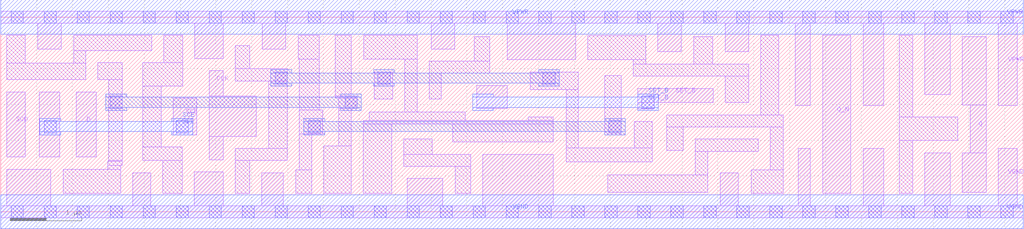
<source format=lef>
# Copyright 2020 The SkyWater PDK Authors
#
# Licensed under the Apache License, Version 2.0 (the "License");
# you may not use this file except in compliance with the License.
# You may obtain a copy of the License at
#
#     https://www.apache.org/licenses/LICENSE-2.0
#
# Unless required by applicable law or agreed to in writing, software
# distributed under the License is distributed on an "AS IS" BASIS,
# WITHOUT WARRANTIES OR CONDITIONS OF ANY KIND, either express or implied.
# See the License for the specific language governing permissions and
# limitations under the License.
#
# SPDX-License-Identifier: Apache-2.0

VERSION 5.7 ;
  NAMESCASESENSITIVE ON ;
  NOWIREEXTENSIONATPIN ON ;
  DIVIDERCHAR "/" ;
  BUSBITCHARS "[]" ;
UNITS
  DATABASE MICRONS 200 ;
END UNITS
MACRO sky130_fd_sc_hd__sdfsbp_2
  CLASS CORE ;
  SOURCE USER ;
  FOREIGN sky130_fd_sc_hd__sdfsbp_2 ;
  ORIGIN  0.000000  0.000000 ;
  SIZE  14.26000 BY  2.720000 ;
  SYMMETRY X Y R90 ;
  SITE unithd ;
  PIN D
    ANTENNAGATEAREA  0.159000 ;
    DIRECTION INPUT ;
    USE SIGNAL ;
    PORT
      LAYER li1 ;
        RECT 1.050000 0.765000 1.335000 1.675000 ;
    END
  END D
  PIN Q
    ANTENNADIFFAREA  0.445500 ;
    DIRECTION OUTPUT ;
    USE SIGNAL ;
    PORT
      LAYER li1 ;
        RECT 13.410000 0.275000 13.740000 0.825000 ;
        RECT 13.410000 1.495000 13.740000 2.450000 ;
        RECT 13.515000 0.825000 13.740000 1.495000 ;
    END
  END Q
  PIN Q_N
    ANTENNADIFFAREA  0.445500 ;
    DIRECTION OUTPUT ;
    USE SIGNAL ;
    PORT
      LAYER li1 ;
        RECT 11.460000 0.255000 11.855000 2.465000 ;
    END
  END Q_N
  PIN SCD
    ANTENNAGATEAREA  0.159000 ;
    DIRECTION INPUT ;
    USE SIGNAL ;
    PORT
      LAYER li1 ;
        RECT 0.085000 0.765000 0.340000 1.675000 ;
    END
  END SCD
  PIN SCE
    ANTENNAGATEAREA  0.318000 ;
    DIRECTION INPUT ;
    USE SIGNAL ;
    PORT
      LAYER li1 ;
        RECT 0.540000 0.765000 0.820000 1.675000 ;
        RECT 2.405000 1.075000 2.735000 1.590000 ;
      LAYER mcon ;
        RECT 0.605000 1.105000 0.775000 1.275000 ;
        RECT 2.445000 1.105000 2.615000 1.275000 ;
      LAYER met1 ;
        RECT 0.545000 1.075000 0.835000 1.120000 ;
        RECT 0.545000 1.120000 2.675000 1.260000 ;
        RECT 0.545000 1.260000 0.835000 1.305000 ;
        RECT 2.385000 1.075000 2.675000 1.120000 ;
        RECT 2.385000 1.260000 2.675000 1.305000 ;
    END
  END SCE
  PIN SET_B
    ANTENNAGATEAREA  0.252000 ;
    DIRECTION INPUT ;
    USE SIGNAL ;
    PORT
      LAYER li1 ;
        RECT 6.640000 1.445000 7.065000 1.765000 ;
        RECT 8.880000 1.435000 9.115000 1.525000 ;
        RECT 8.880000 1.525000 9.935000 1.725000 ;
      LAYER mcon ;
        RECT 8.940000 1.445000 9.110000 1.615000 ;
      LAYER met1 ;
        RECT 6.580000 1.415000 6.870000 1.460000 ;
        RECT 6.580000 1.460000 9.170000 1.600000 ;
        RECT 6.580000 1.600000 6.870000 1.645000 ;
        RECT 8.880000 1.415000 9.170000 1.460000 ;
        RECT 8.880000 1.600000 9.170000 1.645000 ;
    END
  END SET_B
  PIN CLK
    ANTENNAGATEAREA  0.159000 ;
    DIRECTION INPUT ;
    USE CLOCK ;
    PORT
      LAYER li1 ;
        RECT 2.905000 0.725000 3.100000 1.055000 ;
        RECT 2.905000 1.055000 3.565000 1.615000 ;
        RECT 2.905000 1.615000 3.100000 1.970000 ;
    END
  END CLK
  PIN VGND
    DIRECTION INOUT ;
    SHAPE ABUTMENT ;
    USE GROUND ;
    PORT
      LAYER li1 ;
        RECT  0.000000 -0.085000 14.260000 0.085000 ;
        RECT  0.085000  0.085000  0.700000 0.595000 ;
        RECT  1.840000  0.085000  2.090000 0.545000 ;
        RECT  2.700000  0.085000  3.100000 0.555000 ;
        RECT  3.640000  0.085000  3.940000 0.545000 ;
        RECT  5.665000  0.085000  6.165000 0.465000 ;
        RECT  6.720000  0.085000  7.705000 0.805000 ;
        RECT 10.035000  0.085000 10.285000 0.545000 ;
        RECT 11.120000  0.085000 11.290000 0.885000 ;
        RECT 12.025000  0.085000 12.315000 0.885000 ;
        RECT 12.885000  0.085000 13.240000 0.825000 ;
        RECT 13.910000  0.085000 14.175000 0.885000 ;
      LAYER mcon ;
        RECT  0.145000 -0.085000  0.315000 0.085000 ;
        RECT  0.605000 -0.085000  0.775000 0.085000 ;
        RECT  1.065000 -0.085000  1.235000 0.085000 ;
        RECT  1.525000 -0.085000  1.695000 0.085000 ;
        RECT  1.985000 -0.085000  2.155000 0.085000 ;
        RECT  2.445000 -0.085000  2.615000 0.085000 ;
        RECT  2.905000 -0.085000  3.075000 0.085000 ;
        RECT  3.365000 -0.085000  3.535000 0.085000 ;
        RECT  3.825000 -0.085000  3.995000 0.085000 ;
        RECT  4.285000 -0.085000  4.455000 0.085000 ;
        RECT  4.745000 -0.085000  4.915000 0.085000 ;
        RECT  5.205000 -0.085000  5.375000 0.085000 ;
        RECT  5.665000 -0.085000  5.835000 0.085000 ;
        RECT  6.125000 -0.085000  6.295000 0.085000 ;
        RECT  6.585000 -0.085000  6.755000 0.085000 ;
        RECT  7.045000 -0.085000  7.215000 0.085000 ;
        RECT  7.505000 -0.085000  7.675000 0.085000 ;
        RECT  7.965000 -0.085000  8.135000 0.085000 ;
        RECT  8.425000 -0.085000  8.595000 0.085000 ;
        RECT  8.885000 -0.085000  9.055000 0.085000 ;
        RECT  9.345000 -0.085000  9.515000 0.085000 ;
        RECT  9.805000 -0.085000  9.975000 0.085000 ;
        RECT 10.265000 -0.085000 10.435000 0.085000 ;
        RECT 10.725000 -0.085000 10.895000 0.085000 ;
        RECT 11.185000 -0.085000 11.355000 0.085000 ;
        RECT 11.645000 -0.085000 11.815000 0.085000 ;
        RECT 12.105000 -0.085000 12.275000 0.085000 ;
        RECT 12.565000 -0.085000 12.735000 0.085000 ;
        RECT 13.025000 -0.085000 13.195000 0.085000 ;
        RECT 13.485000 -0.085000 13.655000 0.085000 ;
        RECT 13.945000 -0.085000 14.115000 0.085000 ;
      LAYER met1 ;
        RECT 0.000000 -0.240000 14.260000 0.240000 ;
    END
  END VGND
  PIN VPWR
    DIRECTION INOUT ;
    SHAPE ABUTMENT ;
    USE POWER ;
    PORT
      LAYER li1 ;
        RECT  0.000000 2.635000 14.260000 2.805000 ;
        RECT  0.515000 2.275000  0.845000 2.635000 ;
        RECT  2.705000 2.140000  3.100000 2.635000 ;
        RECT  3.645000 2.275000  3.975000 2.635000 ;
        RECT  6.000000 2.275000  6.330000 2.635000 ;
        RECT  7.060000 2.125000  8.015000 2.635000 ;
        RECT  9.160000 2.235000  9.490000 2.635000 ;
        RECT 10.100000 2.235000 10.430000 2.635000 ;
        RECT 11.080000 1.485000 11.290000 2.635000 ;
        RECT 12.025000 1.485000 12.315000 2.635000 ;
        RECT 12.885000 1.635000 13.240000 2.635000 ;
        RECT 13.910000 1.485000 14.175000 2.635000 ;
      LAYER mcon ;
        RECT  0.145000 2.635000  0.315000 2.805000 ;
        RECT  0.605000 2.635000  0.775000 2.805000 ;
        RECT  1.065000 2.635000  1.235000 2.805000 ;
        RECT  1.525000 2.635000  1.695000 2.805000 ;
        RECT  1.985000 2.635000  2.155000 2.805000 ;
        RECT  2.445000 2.635000  2.615000 2.805000 ;
        RECT  2.905000 2.635000  3.075000 2.805000 ;
        RECT  3.365000 2.635000  3.535000 2.805000 ;
        RECT  3.825000 2.635000  3.995000 2.805000 ;
        RECT  4.285000 2.635000  4.455000 2.805000 ;
        RECT  4.745000 2.635000  4.915000 2.805000 ;
        RECT  5.205000 2.635000  5.375000 2.805000 ;
        RECT  5.665000 2.635000  5.835000 2.805000 ;
        RECT  6.125000 2.635000  6.295000 2.805000 ;
        RECT  6.585000 2.635000  6.755000 2.805000 ;
        RECT  7.045000 2.635000  7.215000 2.805000 ;
        RECT  7.505000 2.635000  7.675000 2.805000 ;
        RECT  7.965000 2.635000  8.135000 2.805000 ;
        RECT  8.425000 2.635000  8.595000 2.805000 ;
        RECT  8.885000 2.635000  9.055000 2.805000 ;
        RECT  9.345000 2.635000  9.515000 2.805000 ;
        RECT  9.805000 2.635000  9.975000 2.805000 ;
        RECT 10.265000 2.635000 10.435000 2.805000 ;
        RECT 10.725000 2.635000 10.895000 2.805000 ;
        RECT 11.185000 2.635000 11.355000 2.805000 ;
        RECT 11.645000 2.635000 11.815000 2.805000 ;
        RECT 12.105000 2.635000 12.275000 2.805000 ;
        RECT 12.565000 2.635000 12.735000 2.805000 ;
        RECT 13.025000 2.635000 13.195000 2.805000 ;
        RECT 13.485000 2.635000 13.655000 2.805000 ;
        RECT 13.945000 2.635000 14.115000 2.805000 ;
      LAYER met1 ;
        RECT 0.000000 2.480000 14.260000 2.960000 ;
    END
  END VPWR
  OBS
    LAYER li1 ;
      RECT  0.085000 1.845000  1.185000 2.075000 ;
      RECT  0.085000 2.075000  0.345000 2.465000 ;
      RECT  0.870000 0.255000  1.670000 0.595000 ;
      RECT  1.015000 2.075000  1.185000 2.255000 ;
      RECT  1.015000 2.255000  2.105000 2.465000 ;
      RECT  1.355000 1.845000  1.695000 2.085000 ;
      RECT  1.495000 0.595000  1.670000 0.645000 ;
      RECT  1.495000 0.645000  1.695000 0.705000 ;
      RECT  1.500000 0.705000  1.695000 0.720000 ;
      RECT  1.505000 0.720000  1.695000 1.845000 ;
      RECT  1.980000 0.715000  2.530000 0.905000 ;
      RECT  1.980000 0.905000  2.235000 1.760000 ;
      RECT  1.980000 1.760000  2.535000 2.085000 ;
      RECT  2.260000 0.255000  2.530000 0.715000 ;
      RECT  2.275000 2.085000  2.535000 2.465000 ;
      RECT  3.270000 0.255000  3.470000 0.715000 ;
      RECT  3.270000 0.715000  3.995000 0.885000 ;
      RECT  3.270000 1.830000  3.995000 2.000000 ;
      RECT  3.270000 2.000000  3.475000 2.325000 ;
      RECT  3.735000 0.885000  3.995000 1.830000 ;
      RECT  4.110000 0.255000  4.335000 0.585000 ;
      RECT  4.145000 2.135000  4.440000 2.465000 ;
      RECT  4.165000 0.585000  4.335000 1.090000 ;
      RECT  4.165000 1.090000  4.490000 1.420000 ;
      RECT  4.165000 1.420000  4.440000 2.135000 ;
      RECT  4.505000 0.255000  4.885000 0.920000 ;
      RECT  4.665000 1.590000  4.970000 1.615000 ;
      RECT  4.665000 1.615000  4.890000 2.465000 ;
      RECT  4.715000 0.920000  4.885000 1.445000 ;
      RECT  4.715000 1.445000  4.970000 1.590000 ;
      RECT  5.055000 0.255000  5.450000 1.225000 ;
      RECT  5.055000 1.225000  7.705000 1.275000 ;
      RECT  5.060000 2.135000  5.805000 2.465000 ;
      RECT  5.140000 1.275000  6.475000 1.395000 ;
      RECT  5.205000 1.575000  5.465000 1.955000 ;
      RECT  5.620000 0.635000  6.550000 0.805000 ;
      RECT  5.620000 0.805000  6.015000 1.015000 ;
      RECT  5.635000 1.395000  5.805000 2.135000 ;
      RECT  5.975000 1.575000  6.145000 1.935000 ;
      RECT  5.975000 1.935000  6.820000 2.105000 ;
      RECT  6.305000 0.975000  7.705000 1.225000 ;
      RECT  6.335000 0.255000  6.550000 0.635000 ;
      RECT  6.605000 2.105000  6.820000 2.450000 ;
      RECT  7.355000 1.275000  7.705000 1.325000 ;
      RECT  7.385000 1.705000  8.055000 1.955000 ;
      RECT  7.885000 0.695000  9.085000 0.895000 ;
      RECT  7.885000 0.895000  8.055000 1.705000 ;
      RECT  8.185000 2.125000  8.990000 2.460000 ;
      RECT  8.420000 1.075000  8.650000 1.905000 ;
      RECT  8.465000 0.275000  9.855000 0.515000 ;
      RECT  8.820000 1.895000 10.430000 2.065000 ;
      RECT  8.820000 2.065000  8.990000 2.125000 ;
      RECT  8.830000 0.895000  9.085000 1.265000 ;
      RECT  9.285000 0.855000  9.515000 1.185000 ;
      RECT  9.285000 1.185000 10.910000 1.355000 ;
      RECT  9.660000 2.065000  9.930000 2.450000 ;
      RECT  9.685000 0.515000  9.855000 0.845000 ;
      RECT  9.685000 0.845000 10.560000 1.015000 ;
      RECT 10.105000 1.525000 10.430000 1.895000 ;
      RECT 10.465000 0.255000 10.910000 0.585000 ;
      RECT 10.600000 1.355000 10.845000 2.465000 ;
      RECT 10.730000 0.585000 10.910000 1.185000 ;
      RECT 12.530000 0.255000 12.715000 0.995000 ;
      RECT 12.530000 0.995000 13.345000 1.325000 ;
      RECT 12.530000 1.325000 12.715000 2.465000 ;
    LAYER mcon ;
      RECT 1.525000 1.445000 1.695000 1.615000 ;
      RECT 3.825000 1.785000 3.995000 1.955000 ;
      RECT 4.285000 1.105000 4.455000 1.275000 ;
      RECT 4.800000 1.445000 4.970000 1.615000 ;
      RECT 5.260000 1.785000 5.430000 1.955000 ;
      RECT 7.560000 1.785000 7.730000 1.955000 ;
      RECT 8.480000 1.105000 8.650000 1.275000 ;
    LAYER met1 ;
      RECT 1.465000 1.415000 1.755000 1.460000 ;
      RECT 1.465000 1.460000 5.030000 1.600000 ;
      RECT 1.465000 1.600000 1.755000 1.645000 ;
      RECT 3.765000 1.755000 4.055000 1.800000 ;
      RECT 3.765000 1.800000 7.790000 1.940000 ;
      RECT 3.765000 1.940000 4.055000 1.985000 ;
      RECT 4.225000 1.075000 4.515000 1.120000 ;
      RECT 4.225000 1.120000 8.710000 1.260000 ;
      RECT 4.225000 1.260000 4.515000 1.305000 ;
      RECT 4.740000 1.415000 5.030000 1.460000 ;
      RECT 4.740000 1.600000 5.030000 1.645000 ;
      RECT 5.200000 1.755000 5.490000 1.800000 ;
      RECT 5.200000 1.940000 5.490000 1.985000 ;
      RECT 7.500000 1.755000 7.790000 1.800000 ;
      RECT 7.500000 1.940000 7.790000 1.985000 ;
      RECT 8.420000 1.075000 8.710000 1.120000 ;
      RECT 8.420000 1.260000 8.710000 1.305000 ;
  END
END sky130_fd_sc_hd__sdfsbp_2
END LIBRARY

</source>
